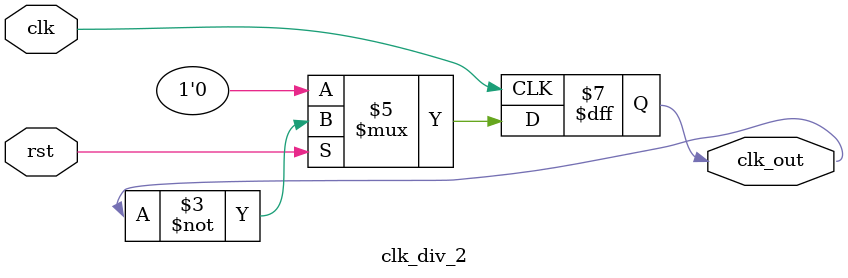
<source format=v>
module clk_div_2 (clk ,rst, clk_out);
	input clk ;
	input rst;
	output reg clk_out;
	
	always @(posedge clk)
	begin
	if (~rst)
		  clk_out <= 1'b0;
	else
		  clk_out <= ~clk_out;	
	end
endmodule

</source>
